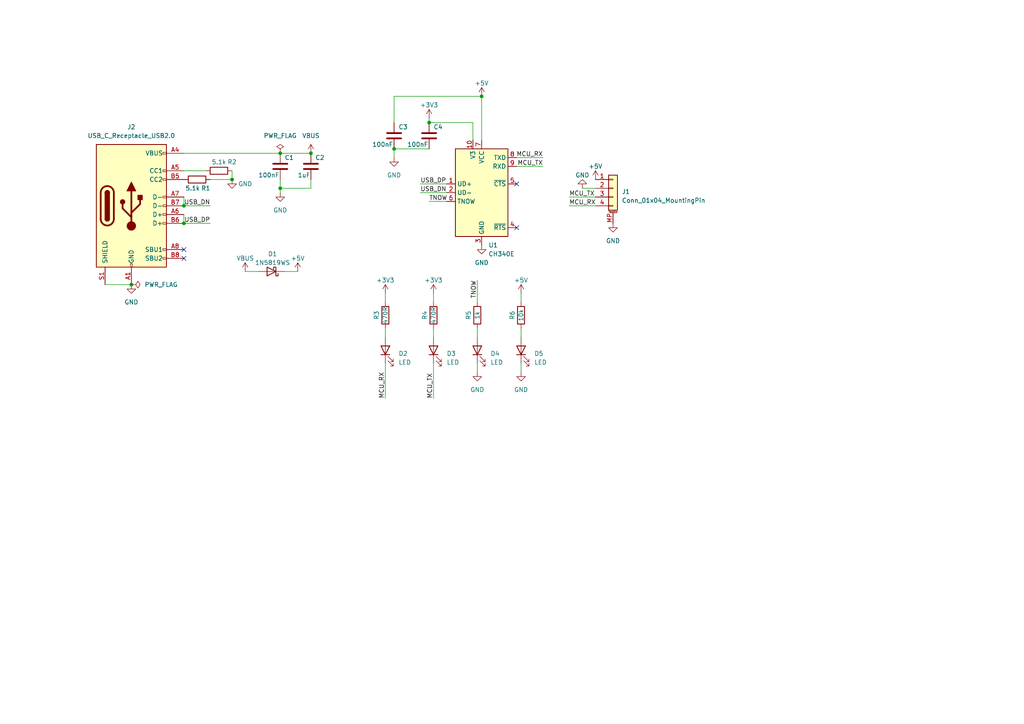
<source format=kicad_sch>
(kicad_sch (version 20230121) (generator eeschema)
  (paper "A4")
  (lib_symbols
    (symbol "Connector:USB_C_Receptacle_USB2.0" (pin_names (offset 1.016))
      (property "Reference" "J" (at -10.16 19.05 0))
      (property "Value" "USB_C_Receptacle_USB2.0" (at 19.05 19.05 0))
      (symbol "USB_C_Receptacle_USB2.0_0_0"
        (rectangle (start -0.254 -17.78) (end 0.254 -16.764))
        (rectangle (start 10.16 -14.986) (end 9.144 -15.494))
        (rectangle (start 10.16 -12.446) (end 9.144 -12.954))
        (rectangle (start 10.16 -4.826) (end 9.144 -5.334))
        (rectangle (start 10.16 -2.286) (end 9.144 -2.794))
        (rectangle (start 10.16 0.254) (end 9.144 -0.254))
        (rectangle (start 10.16 2.794) (end 9.144 2.286))
        (rectangle (start 10.16 7.874) (end 9.144 7.366))
        (rectangle (start 10.16 10.414) (end 9.144 9.906))
        (rectangle (start 10.16 15.494) (end 9.144 14.986))
      )
      (symbol "USB_C_Receptacle_USB2.0_0_1"
        (rectangle (start -10.16 17.78) (end 10.16 -17.78) (stroke (width 0.254)) (fill (type background)))
        (arc (start -8.89 -3.81) (mid -6.985 -5.7067) (end -5.08 -3.81) (stroke (width 0.508)))
        (arc (start -7.62 -3.81) (mid -6.985 -4.4423) (end -6.35 -3.81) (stroke (width 0.254)))
        (arc (start -7.62 -3.81) (mid -6.985 -4.4423) (end -6.35 -3.81) (stroke (width 0.254)) (fill (type outline)))
        (rectangle (start -7.62 -3.81) (end -6.35 3.81) (stroke (width 0.254)) (fill (type outline)))
        (arc (start -6.35 3.81) (mid -6.985 4.4423) (end -7.62 3.81) (stroke (width 0.254)))
        (arc (start -6.35 3.81) (mid -6.985 4.4423) (end -7.62 3.81) (stroke (width 0.254)) (fill (type outline)))
        (arc (start -5.08 3.81) (mid -6.985 5.7067) (end -8.89 3.81) (stroke (width 0.508)))
        (circle (center -2.54 1.143) (radius 0.635) (stroke (width 0.254)) (fill (type outline)))
        (circle (center 0 -5.842) (radius 1.27) (fill (type outline)))
        (polyline (pts (xy -8.89 -3.81) (xy -8.89 3.81)) (stroke (width 0.508)))
        (polyline (pts (xy -5.08 3.81) (xy -5.08 -3.81)) (stroke (width 0.508)))
        (polyline (pts (xy 0 -5.842) (xy 0 4.318)) (stroke (width 0.508)))
        (polyline (pts (xy 0 -3.302) (xy -2.54 -0.762) (xy -2.54 0.508)) (stroke (width 0.508)))
        (polyline (pts (xy 0 -2.032) (xy 2.54 0.508) (xy 2.54 1.778)) (stroke (width 0.508)))
        (polyline (pts (xy -1.27 4.318) (xy 0 6.858) (xy 1.27 4.318) (xy -1.27 4.318)) (stroke (width 0.254)) (fill (type outline)))
        (rectangle (start 1.905 1.778) (end 3.175 3.048) (stroke (width 0.254)) (fill (type outline)))
      )
      (symbol "USB_C_Receptacle_USB2.0_1_1"
        (pin passive line (at 0 -22.86 90) (length 5.08) (name "GND") (number "A1"))
        (pin passive line (at 0 -22.86 90) (length 5.08) hide (name "GND") (number "A12"))
        (pin passive line (at 15.24 15.24 180) (length 5.08) (name "VBUS") (number "A4"))
        (pin bidirectional line (at 15.24 10.16 180) (length 5.08) (name "CC1") (number "A5"))
        (pin bidirectional line (at 15.24 -2.54 180) (length 5.08) (name "D+") (number "A6"))
        (pin bidirectional line (at 15.24 2.54 180) (length 5.08) (name "D-") (number "A7"))
        (pin bidirectional line (at 15.24 -12.7 180) (length 5.08) (name "SBU1") (number "A8"))
        (pin passive line (at 15.24 15.24 180) (length 5.08) hide (name "VBUS") (number "A9"))
        (pin passive line (at 0 -22.86 90) (length 5.08) hide (name "GND") (number "B1"))
        (pin passive line (at 0 -22.86 90) (length 5.08) hide (name "GND") (number "B12"))
        (pin passive line (at 15.24 15.24 180) (length 5.08) hide (name "VBUS") (number "B4"))
        (pin bidirectional line (at 15.24 7.62 180) (length 5.08) (name "CC2") (number "B5"))
        (pin bidirectional line (at 15.24 -5.08 180) (length 5.08) (name "D+") (number "B6"))
        (pin bidirectional line (at 15.24 0 180) (length 5.08) (name "D-") (number "B7"))
        (pin bidirectional line (at 15.24 -15.24 180) (length 5.08) (name "SBU2") (number "B8"))
        (pin passive line (at 15.24 15.24 180) (length 5.08) hide (name "VBUS") (number "B9"))
        (pin passive line (at -7.62 -22.86 90) (length 5.08) (name "SHIELD") (number "S1"))
      )
    )
    (symbol "Connector_Generic_MountingPin:Conn_01x04_MountingPin" (pin_names (offset 1.016) hide)
      (property "Reference" "J" (at 0 5.08 0))
      (property "Value" "Conn_01x04_MountingPin" (at 1.27 -7.62 0))
      (symbol "Conn_01x04_MountingPin_1_1"
        (rectangle (start -1.27 -4.953) (end 0 -5.207) (stroke (width 0.1524)))
        (rectangle (start -1.27 -2.413) (end 0 -2.667) (stroke (width 0.1524)))
        (rectangle (start -1.27 0.127) (end 0 -0.127) (stroke (width 0.1524)))
        (rectangle (start -1.27 2.667) (end 0 2.413) (stroke (width 0.1524)))
        (rectangle (start -1.27 3.81) (end 1.27 -6.35) (stroke (width 0.254)) (fill (type background)))
        (polyline (pts (xy -1.016 -7.112) (xy 1.016 -7.112)) (stroke (width 0.1524)))
        (text "Mounting" (at 0 -6.731 0) (effects (font (size 0.381 0.381))))
        (pin passive line (at -5.08 2.54 0) (length 3.81) (name "Pin_1") (number "1"))
        (pin passive line (at -5.08 0 0) (length 3.81) (name "Pin_2") (number "2"))
        (pin passive line (at -5.08 -2.54 0) (length 3.81) (name "Pin_3") (number "3"))
        (pin passive line (at -5.08 -5.08 0) (length 3.81) (name "Pin_4") (number "4"))
        (pin passive line (at 0 -10.16 90) (length 3.048) (name "MountPin") (number "MP"))
      )
    )
    (symbol "Device:C" (pin_numbers hide) (pin_names (offset 0.254))
      (property "Reference" "C" (at 0.635 2.54 0))
      (property "Value" "C" (at 0.635 -2.54 0))
      (symbol "C_0_1"
        (polyline (pts (xy -2.032 -0.762) (xy 2.032 -0.762)) (stroke (width 0.508)))
        (polyline (pts (xy -2.032 0.762) (xy 2.032 0.762)) (stroke (width 0.508)))
      )
      (symbol "C_1_1"
        (pin passive line (at 0 3.81 270) (length 2.794) (name "~") (number "1"))
        (pin passive line (at 0 -3.81 90) (length 2.794) (name "~") (number "2"))
      )
    )
    (symbol "Device:LED" (pin_numbers hide) (pin_names (offset 1.016) hide)
      (property "Reference" "D" (at 0 2.54 0))
      (property "Value" "LED" (at 0 -2.54 0))
      (symbol "LED_0_1"
        (polyline (pts (xy -1.27 -1.27) (xy -1.27 1.27)) (stroke (width 0.254)))
        (polyline (pts (xy -1.27 0) (xy 1.27 0)))
        (polyline (pts (xy 1.27 -1.27) (xy 1.27 1.27) (xy -1.27 0) (xy 1.27 -1.27)) (stroke (width 0.254)))
        (polyline (pts (xy -3.048 -0.762) (xy -4.572 -2.286) (xy -3.81 -2.286) (xy -4.572 -2.286) (xy -4.572 -1.524)))
        (polyline (pts (xy -1.778 -0.762) (xy -3.302 -2.286) (xy -2.54 -2.286) (xy -3.302 -2.286) (xy -3.302 -1.524)))
      )
      (symbol "LED_1_1"
        (pin passive line (at -3.81 0 0) (length 2.54) (name "K") (number "1"))
        (pin passive line (at 3.81 0 180) (length 2.54) (name "A") (number "2"))
      )
    )
    (symbol "Device:R" (pin_numbers hide) (pin_names (offset 0))
      (property "Reference" "R" (at 2.032 0 90))
      (property "Value" "R" (at 0 0 90))
      (symbol "R_0_1"
        (rectangle (start -1.016 -2.54) (end 1.016 2.54) (stroke (width 0.254)))
      )
      (symbol "R_1_1"
        (pin passive line (at 0 3.81 270) (length 1.27) (name "~") (number "1"))
        (pin passive line (at 0 -3.81 90) (length 1.27) (name "~") (number "2"))
      )
    )
    (symbol "Diode:1N5819WS" (pin_numbers hide) (pin_names (offset 1.016) hide)
      (property "Reference" "D" (at 0 2.54 0))
      (property "Value" "1N5819WS" (at 0 -2.54 0))
      (symbol "1N5819WS_0_1"
        (polyline (pts (xy 1.27 0) (xy -1.27 0)))
        (polyline (pts (xy 1.27 1.27) (xy 1.27 -1.27) (xy -1.27 0) (xy 1.27 1.27)) (stroke (width 0.254)))
        (polyline (pts (xy -1.905 0.635) (xy -1.905 1.27) (xy -1.27 1.27) (xy -1.27 -1.27) (xy -0.635 -1.27) (xy -0.635 -0.635)) (stroke (width 0.254)))
      )
      (symbol "1N5819WS_1_1"
        (pin passive line (at -3.81 0 0) (length 2.54) (name "K") (number "1"))
        (pin passive line (at 3.81 0 180) (length 2.54) (name "A") (number "2"))
      )
    )
    (symbol "Interface_USB:CH340E"
      (property "Reference" "U" (at -5.08 13.97 0))
      (property "Value" "CH340E" (at 1.27 13.97 0))
      (symbol "CH340E_0_1"
        (rectangle (start -7.62 12.7) (end 7.62 -12.7) (stroke (width 0.254)) (fill (type background)))
      )
      (symbol "CH340E_1_1"
        (pin bidirectional line (at -10.16 2.54 0) (length 2.54) (name "UD+") (number "1"))
        (pin passive line (at -2.54 15.24 270) (length 2.54) (name "V3") (number "10"))
        (pin bidirectional line (at -10.16 0 0) (length 2.54) (name "UD-") (number "2"))
        (pin power_in line (at 0 -15.24 90) (length 2.54) (name "GND") (number "3"))
        (pin output line (at 10.16 -10.16 180) (length 2.54) (name "~{RTS}") (number "4"))
        (pin input line (at 10.16 2.54 180) (length 2.54) (name "~{CTS}") (number "5"))
        (pin output line (at -10.16 -2.54 0) (length 2.54) (name "TNOW") (number "6"))
        (pin power_in line (at 0 15.24 270) (length 2.54) (name "VCC") (number "7"))
        (pin output line (at 10.16 10.16 180) (length 2.54) (name "TXD") (number "8"))
        (pin input line (at 10.16 7.62 180) (length 2.54) (name "RXD") (number "9"))
      )
    )
    (symbol "power:+3V3" (power) (pin_names (offset 0))
      (property "Value" "+3V3" (at 0 3.556 0))
      (symbol "+3V3_0_1"
        (polyline (pts (xy -0.762 1.27) (xy 0 2.54)))
        (polyline (pts (xy 0 0) (xy 0 2.54)))
        (polyline (pts (xy 0 2.54) (xy 0.762 1.27)))
      )
      (symbol "+3V3_1_1"
        (pin power_in line (at 0 0 90) (length 0) hide (name "+3V3") (number "1"))
      )
    )
    (symbol "power:+5V" (power) (pin_names (offset 0))
      (property "Value" "+5V" (at 0 3.556 0))
      (symbol "+5V_0_1"
        (polyline (pts (xy -0.762 1.27) (xy 0 2.54)))
        (polyline (pts (xy 0 0) (xy 0 2.54)))
        (polyline (pts (xy 0 2.54) (xy 0.762 1.27)))
      )
      (symbol "+5V_1_1"
        (pin power_in line (at 0 0 90) (length 0) hide (name "+5V") (number "1"))
      )
    )
    (symbol "power:GND" (power) (pin_names (offset 0))
      (property "Value" "GND" (at 0 -3.81 0))
      (symbol "GND_0_1"
        (polyline (pts (xy 0 0) (xy 0 -1.27) (xy 1.27 -1.27) (xy 0 -2.54) (xy -1.27 -1.27) (xy 0 -1.27)))
      )
      (symbol "GND_1_1"
        (pin power_in line (at 0 0 270) (length 0) hide (name "GND") (number "1"))
      )
    )
    (symbol "power:PWR_FLAG" (power) (pin_numbers hide) (pin_names (offset 0) hide)
      (property "Value" "PWR_FLAG" (at 0 3.81 0))
      (symbol "PWR_FLAG_0_0"
        (pin power_out line (at 0 0 90) (length 0) (name "pwr") (number "1"))
      )
      (symbol "PWR_FLAG_0_1"
        (polyline (pts (xy 0 0) (xy 0 1.27) (xy -1.016 1.905) (xy 0 2.54) (xy 1.016 1.905) (xy 0 1.27)))
      )
    )
    (symbol "power:VBUS" (power) (pin_names (offset 0))
      (property "Value" "VBUS" (at 0 3.81 0))
      (symbol "VBUS_0_1"
        (polyline (pts (xy -0.762 1.27) (xy 0 2.54)))
        (polyline (pts (xy 0 0) (xy 0 2.54)))
        (polyline (pts (xy 0 2.54) (xy 0.762 1.27)))
      )
      (symbol "VBUS_1_1"
        (pin power_in line (at 0 0 90) (length 0) hide (name "VBUS") (number "1"))
      )
    )
  )
  (junction (at 81.28 54.61))
  (junction (at 139.7 27.94))
  (junction (at 124.46 35.56))
  (junction (at 38.1 82.55))
  (junction (at 114.3 43.18))
  (junction (at 67.31 52.07))
  (junction (at 53.34 64.77))
  (junction (at 53.34 59.69))
  (junction (at 90.17 44.45))
  (junction (at 81.28 44.45))
  (no_connect (at 53.34 74.93))
  (no_connect (at 149.86 53.34))
  (no_connect (at 149.86 66.04))
  (no_connect (at 53.34 72.39))
  (wire (pts (xy 121.92 55.88) (xy 129.54 55.88)))
  (wire (pts (xy 137.16 40.64) (xy 137.16 35.56)))
  (wire (pts (xy 138.43 81.28) (xy 138.43 87.63)))
  (wire (pts (xy 157.48 45.72) (xy 149.86 45.72)))
  (wire (pts (xy 151.13 105.41) (xy 151.13 107.95)))
  (wire (pts (xy 53.34 59.69) (xy 60.96 59.69)))
  (wire (pts (xy 151.13 85.09) (xy 151.13 87.63)))
  (wire (pts (xy 125.73 115.57) (xy 125.73 105.41)))
  (wire (pts (xy 53.34 49.53) (xy 59.69 49.53)))
  (wire (pts (xy 71.12 78.74) (xy 74.93 78.74)))
  (wire (pts (xy 82.55 78.74) (xy 86.36 78.74)))
  (wire (pts (xy 114.3 35.56) (xy 114.3 27.94)))
  (wire (pts (xy 168.91 54.61) (xy 172.72 54.61)))
  (wire (pts (xy 139.7 27.94) (xy 139.7 40.64)))
  (wire (pts (xy 81.28 54.61) (xy 90.17 54.61)))
  (wire (pts (xy 90.17 54.61) (xy 90.17 52.07)))
  (wire (pts (xy 111.76 95.25) (xy 111.76 97.79)))
  (wire (pts (xy 138.43 95.25) (xy 138.43 97.79)))
  (wire (pts (xy 60.96 52.07) (xy 67.31 52.07)))
  (wire (pts (xy 81.28 44.45) (xy 90.17 44.45)))
  (wire (pts (xy 138.43 105.41) (xy 138.43 107.95)))
  (wire (pts (xy 53.34 44.45) (xy 81.28 44.45)))
  (wire (pts (xy 165.1 57.15) (xy 172.72 57.15)))
  (wire (pts (xy 53.34 62.23) (xy 53.34 64.77)))
  (wire (pts (xy 67.31 49.53) (xy 67.31 52.07)))
  (wire (pts (xy 124.46 43.18) (xy 114.3 43.18)))
  (wire (pts (xy 121.92 53.34) (xy 129.54 53.34)))
  (wire (pts (xy 81.28 54.61) (xy 81.28 52.07)))
  (wire (pts (xy 114.3 27.94) (xy 139.7 27.94)))
  (wire (pts (xy 165.1 59.69) (xy 172.72 59.69)))
  (wire (pts (xy 114.3 43.18) (xy 114.3 45.72)))
  (wire (pts (xy 124.46 35.56) (xy 137.16 35.56)))
  (wire (pts (xy 124.46 34.29) (xy 124.46 35.56)))
  (wire (pts (xy 125.73 85.09) (xy 125.73 87.63)))
  (wire (pts (xy 81.28 55.88) (xy 81.28 54.61)))
  (wire (pts (xy 157.48 48.26) (xy 149.86 48.26)))
  (wire (pts (xy 60.96 64.77) (xy 53.34 64.77)))
  (wire (pts (xy 124.46 58.42) (xy 129.54 58.42)))
  (wire (pts (xy 111.76 85.09) (xy 111.76 87.63)))
  (wire (pts (xy 30.48 82.55) (xy 38.1 82.55)))
  (wire (pts (xy 125.73 95.25) (xy 125.73 97.79)))
  (wire (pts (xy 151.13 95.25) (xy 151.13 97.79)))
  (wire (pts (xy 111.76 115.57) (xy 111.76 105.41)))
  (wire (pts (xy 53.34 57.15) (xy 53.34 59.69)))
  (label "MCU_RX" (at 111.76 115.57 90))
  (label "USB_DN" (at 121.92 55.88 0))
  (label "MCU_TX" (at 157.48 48.26 180))
  (label "USB_DN" (at 60.96 59.69 180))
  (label "USB_DP" (at 121.92 53.34 0))
  (label "TNOW" (at 138.43 81.28 270))
  (label "MCU_RX" (at 165.1 59.69 0))
  (label "USB_DP" (at 60.96 64.77 180))
  (label "MCU_TX" (at 125.73 115.57 90))
  (label "MCU_RX" (at 157.48 45.72 180))
  (label "MCU_TX" (at 165.1 57.15 0))
  (label "TNOW" (at 124.46 58.42 0))
  (symbol (lib_id "power:PWR_FLAG") (at 38.1 82.55 270) (unit 1)
    (property "Reference" "#FLG01" (effects hide))
    (property "Value" "PWR_FLAG" (at 41.91 82.5499 90) (effects (justify left)))
  )
  (symbol (lib_id "Device:R") (at 111.76 91.44 180) (unit 1)
    (property "Reference" "R3" (at 109.22 91.44 90))
    (property "Value" "470R" (at 111.76 91.44 90))
    (property "Footprint" "Resistor_SMD:R_0402_1005Metric" (effects hide))
  )
  (symbol (lib_id "power:GND") (at 177.8 64.77 0) (unit 1)
    (property "Reference" "#PWR03" (effects hide))
    (property "Value" "GND" (at 177.8 69.85 0))
  )
  (symbol (lib_id "Connector:USB_C_Receptacle_USB2.0") (at 38.1 59.69 0) (unit 1)
    (property "Reference" "J2" (at 38.1 36.83 0))
    (property "Value" "USB_C_Receptacle_USB2.0" (at 38.1 39.37 0))
    (property "Footprint" "Connector_USB:USB_C_Receptacle_HRO_TYPE-C-31-M-12" (effects hide))
    (property "Datasheet" "https://www.usb.org/sites/default/files/documents/usb_type-c.zip" (effects hide))
  )
  (symbol (lib_id "power:VBUS") (at 90.17 44.45 0) (unit 1)
    (property "Reference" "#PWR09" (effects hide))
    (property "Value" "VBUS" (at 90.17 39.37 0))
  )
  (symbol (lib_id "power:PWR_FLAG") (at 81.28 44.45 0) (unit 1)
    (property "Reference" "#FLG02" (effects hide))
    (property "Value" "PWR_FLAG" (at 81.28 39.37 0))
  )
  (symbol (lib_id "Diode:1N5819WS") (at 78.74 78.74 180) (unit 1)
    (property "Reference" "D1" (at 79.0575 73.66 0))
    (property "Value" "1N5819WS" (at 79.0575 76.2 0))
    (property "Footprint" "Diode_SMD:D_SOD-323" (effects hide))
    (property "Datasheet" "https://datasheet.lcsc.com/lcsc/2204281430_Guangdong-Hottech-1N5819WS_C191023.pdf" (effects hide))
  )
  (symbol (lib_id "Device:LED") (at 125.73 101.6 90) (unit 1)
    (property "Reference" "D3" (at 129.54 102.5525 90) (effects (justify right)))
    (property "Value" "LED" (at 129.54 105.0925 90) (effects (justify right)))
    (property "Footprint" "LED_SMD:LED_0603_1608Metric" (effects hide))
  )
  (symbol (lib_id "power:GND") (at 38.1 82.55 0) (unit 1)
    (property "Reference" "#PWR05" (effects hide))
    (property "Value" "GND" (at 38.1 87.63 0))
  )
  (symbol (lib_id "power:GND") (at 151.13 107.95 0) (unit 1)
    (property "Reference" "#PWR017" (effects hide))
    (property "Value" "GND" (at 151.13 113.03 0))
  )
  (symbol (lib_id "power:+3V3") (at 111.76 85.09 0) (unit 1)
    (property "Reference" "#PWR013" (effects hide))
    (property "Value" "+3V3" (at 111.76 81.28 0))
  )
  (symbol (lib_id "power:+3V3") (at 125.73 85.09 0) (unit 1)
    (property "Reference" "#PWR014" (effects hide))
    (property "Value" "+3V3" (at 125.73 81.28 0))
  )
  (symbol (lib_id "power:+5V") (at 86.36 78.74 0) (unit 1)
    (property "Reference" "#PWR06" (effects hide))
    (property "Value" "+5V" (at 86.36 74.93 0))
  )
  (symbol (lib_id "power:+5V") (at 139.7 27.94 0) (unit 1)
    (property "Reference" "#PWR011" (effects hide))
    (property "Value" "+5V" (at 139.7 24.13 0))
  )
  (symbol (lib_id "power:GND") (at 168.91 54.61 180) (unit 1)
    (property "Reference" "#PWR01" (effects hide))
    (property "Value" "GND" (at 168.91 50.8 0))
  )
  (symbol (lib_id "power:+5V") (at 172.72 52.07 0) (unit 1)
    (property "Reference" "#PWR02" (effects hide))
    (property "Value" "+5V" (at 172.72 48.26 0))
  )
  (symbol (lib_id "Device:C") (at 114.3 39.37 0) (unit 1)
    (property "Reference" "C3" (at 115.57 36.83 0) (effects (justify left)))
    (property "Value" "100nF" (at 107.95 41.91 0) (effects (justify left)))
    (property "Footprint" "Capacitor_SMD:C_0402_1005Metric" (effects hide))
  )
  (symbol (lib_id "Device:C") (at 124.46 39.37 0) (unit 1)
    (property "Reference" "C4" (at 125.73 36.83 0) (effects (justify left)))
    (property "Value" "100nF" (at 118.11 41.91 0) (effects (justify left)))
    (property "Footprint" "Capacitor_SMD:C_0402_1005Metric" (effects hide))
  )
  (symbol (lib_id "Device:C") (at 81.28 48.26 0) (unit 1)
    (property "Reference" "C1" (at 82.55 45.72 0) (effects (justify left)))
    (property "Value" "100nF" (at 74.93 50.8 0) (effects (justify left)))
    (property "Footprint" "Capacitor_SMD:C_0402_1005Metric" (effects hide))
  )
  (symbol (lib_id "power:GND") (at 139.7 71.12 0) (unit 1)
    (property "Reference" "#PWR010" (effects hide))
    (property "Value" "GND" (at 139.7 76.2 0))
  )
  (symbol (lib_id "Device:LED") (at 151.13 101.6 90) (unit 1)
    (property "Reference" "D5" (at 154.94 102.5525 90) (effects (justify right)))
    (property "Value" "LED" (at 154.94 105.0925 90) (effects (justify right)))
    (property "Footprint" "LED_SMD:LED_0603_1608Metric" (effects hide))
  )
  (symbol (lib_id "power:GND") (at 114.3 45.72 0) (unit 1)
    (property "Reference" "#PWR012" (effects hide))
    (property "Value" "GND" (at 114.3 50.8 0))
  )
  (symbol (lib_id "Interface_USB:CH340E") (at 139.7 55.88 0) (unit 1)
    (property "Reference" "U1" (at 141.6559 71.12 0) (effects (justify left)))
    (property "Value" "CH340E" (at 141.6559 73.66 0) (effects (justify left)))
    (property "Footprint" "Package_SO:MSOP-10_3x3mm_P0.5mm" (effects hide))
    (property "Datasheet" "https://www.mpja.com/download/35227cpdata.pdf" (effects hide))
  )
  (symbol (lib_id "Device:R") (at 138.43 91.44 180) (unit 1)
    (property "Reference" "R5" (at 135.89 91.44 90))
    (property "Value" "1k" (at 138.43 91.44 90))
    (property "Footprint" "Resistor_SMD:R_0402_1005Metric" (effects hide))
  )
  (symbol (lib_id "Device:R") (at 125.73 91.44 180) (unit 1)
    (property "Reference" "R4" (at 123.19 91.44 90))
    (property "Value" "470R" (at 125.73 91.44 90))
    (property "Footprint" "Resistor_SMD:R_0402_1005Metric" (effects hide))
  )
  (symbol (lib_id "power:+3V3") (at 124.46 34.29 0) (unit 1)
    (property "Reference" "#PWR015" (effects hide))
    (property "Value" "+3V3" (at 124.46 30.48 0))
  )
  (symbol (lib_id "Device:R") (at 151.13 91.44 180) (unit 1)
    (property "Reference" "R6" (at 148.59 91.44 90))
    (property "Value" "10k" (at 151.13 91.44 90))
    (property "Footprint" "Resistor_SMD:R_0402_1005Metric" (effects hide))
  )
  (symbol (lib_id "Device:LED") (at 138.43 101.6 90) (unit 1)
    (property "Reference" "D4" (at 142.24 102.5525 90) (effects (justify right)))
    (property "Value" "LED" (at 142.24 105.0925 90) (effects (justify right)))
    (property "Footprint" "LED_SMD:LED_0603_1608Metric" (effects hide))
  )
  (symbol (lib_id "power:+5V") (at 151.13 85.09 0) (unit 1)
    (property "Reference" "#PWR018" (effects hide))
    (property "Value" "+5V" (at 151.13 81.28 0))
  )
  (symbol (lib_id "Connector_Generic_MountingPin:Conn_01x04_MountingPin") (at 177.8 54.61 0) (unit 1)
    (property "Reference" "J1" (at 180.34 55.6006 0) (effects (justify left)))
    (property "Value" "Conn_01x04_MountingPin" (at 180.34 58.1406 0) (effects (justify left)))
    (property "Footprint" "Connector_JST:JST_SH_SM04B-SRSS-TB_1x04-1MP_P1.00mm_Horizontal" (effects hide))
  )
  (symbol (lib_id "Device:C") (at 90.17 48.26 0) (unit 1)
    (property "Reference" "C2" (at 91.44 45.72 0) (effects (justify left)))
    (property "Value" "1uF" (at 86.36 50.8 0) (effects (justify left)))
    (property "Footprint" "Capacitor_SMD:C_0402_1005Metric" (effects hide))
  )
  (symbol (lib_id "Device:LED") (at 111.76 101.6 90) (unit 1)
    (property "Reference" "D2" (at 115.57 102.5525 90) (effects (justify right)))
    (property "Value" "LED" (at 115.57 105.0925 90) (effects (justify right)))
    (property "Footprint" "LED_SMD:LED_0603_1608Metric" (effects hide))
  )
  (symbol (lib_id "Device:R") (at 57.15 52.07 90) (unit 1)
    (property "Reference" "R1" (at 59.69 54.61 90))
    (property "Value" "5.1k" (at 55.88 54.61 90))
    (property "Footprint" "Resistor_SMD:R_0402_1005Metric" (effects hide))
  )
  (symbol (lib_id "power:GND") (at 67.31 52.07 0) (unit 1)
    (property "Reference" "#PWR07" (effects hide))
    (property "Value" "GND" (at 71.12 53.34 0))
  )
  (symbol (lib_id "Device:R") (at 63.5 49.53 90) (unit 1)
    (property "Reference" "R2" (at 67.31 46.99 90))
    (property "Value" "5.1k" (at 63.5 46.99 90))
    (property "Footprint" "Resistor_SMD:R_0402_1005Metric" (effects hide))
  )
  (symbol (lib_id "power:GND") (at 138.43 107.95 0) (unit 1)
    (property "Reference" "#PWR016" (effects hide))
    (property "Value" "GND" (at 138.43 113.03 0))
  )
  (symbol (lib_id "power:VBUS") (at 71.12 78.74 0) (unit 1)
    (property "Reference" "#PWR04" (effects hide))
    (property "Value" "VBUS" (at 71.12 74.93 0))
  )
  (symbol (lib_id "power:GND") (at 81.28 55.88 0) (unit 1)
    (property "Reference" "#PWR08" (effects hide))
    (property "Value" "GND" (at 81.28 60.96 0))
  )
)
</source>
